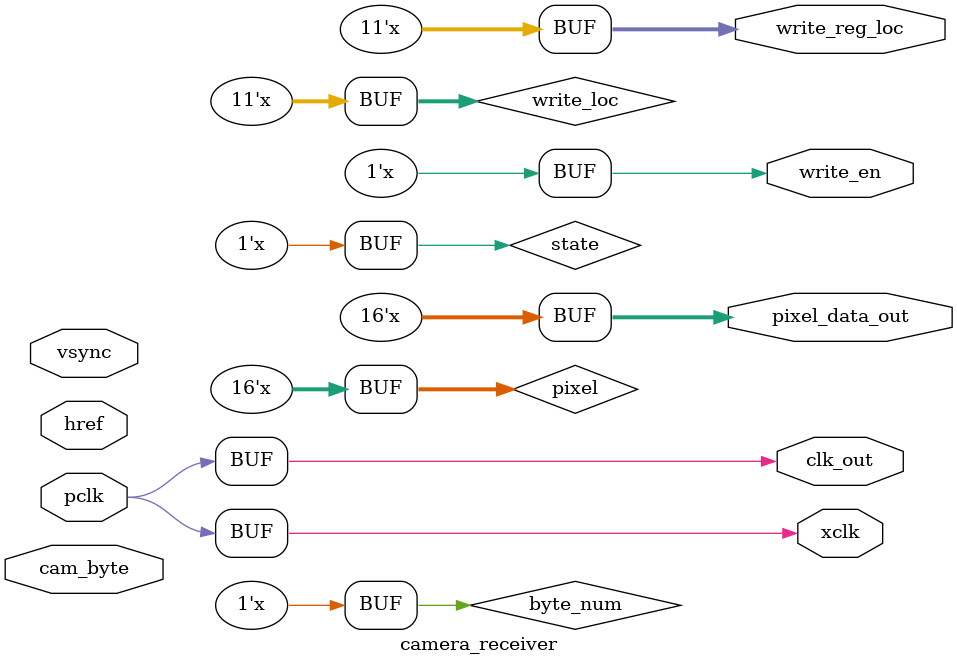
<source format=v>
`timescale 1ns / 1ps
`default_nettype none



module camera_receiver #(parameter SYS_CLK_FRQ = 100000000,
                          parameter XCLK_FRQ = 24_000_000)(
    // Facing Camera
    input wire [7:0] cam_byte,
    input wire pclk,
    input wire vsync,
    input wire href,
    output wire xclk,
    
    // Facing System
    //input wire sys_clk,	// not needed?
    output reg [15:0] pixel_data_out,
    output reg [10:0] write_reg_loc,
    output reg write_en,
    output wire clk_out	// not needed?
    );

    initial begin
        pixel_data_out = 0;
        write_reg_loc = 0;
        write_en = 0;
    end

    localparam FRAME_START = 0;
    localparam PIXEL = 1;

    reg [15:0] pixel = 0;
    reg byte_num = 0;
    reg state = FRAME_START;
    reg [10:0] write_loc = 0;
	 
	assign xclk = pclk;
	assign clk_out = pclk;
	
    always @(pclk) begin
        case(state)
            FRAME_START: begin
                if(vsync == 0) begin    // valid frame
                    state = PIXEL;
                    byte_num = 0;
                end
            end

            PIXEL: begin
                if(vsync == 1) begin    // end frame
                    state = FRAME_START;
                end
                else begin  // still in frame
                    if(href == 1) begin // valid line
                        if(pclk == 1) begin	// rising edge sends byte
                            if(byte_num == 0) begin // first byte (R3:0 G5:3)
                                write_en = 0;
                                pixel[15:8] = cam_byte;
                            end
                            else begin  // second byte (G2:0 B3:0)
                                 pixel[7:0] = cam_byte;
                                 pixel_data_out = pixel; // output finished pixel data
                                 write_reg_loc = write_loc;
                                 if(write_loc == 2_000)  // at last loc of BRAM
                                    write_loc = 0;
                                 else
                                    write_loc = write_loc + 1;
                                 write_en = 1;
                            end
                            byte_num = ~byte_num;   // switch to next byte val
                        end
                    end
                end
            end
        endcase
    end
endmodule 
</source>
